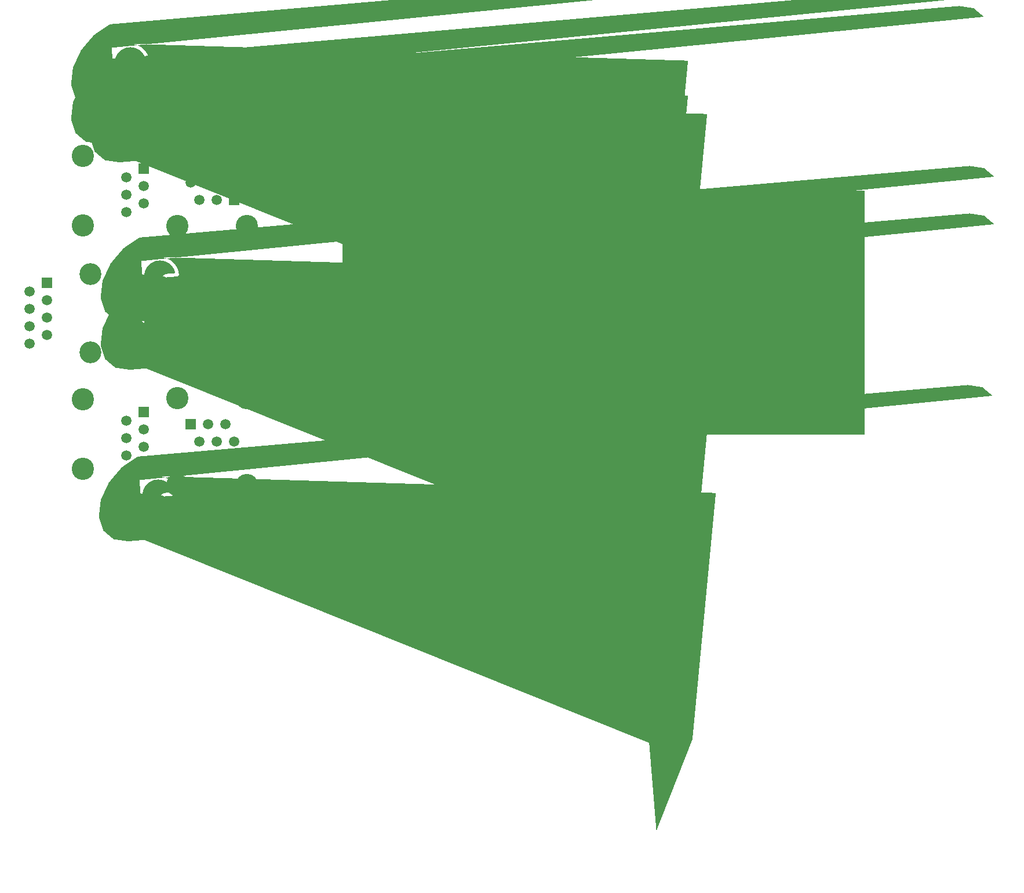
<source format=gbs>
%TF.GenerationSoftware,KiCad,Pcbnew,(6.0.5-22-g43b8adad1a)*%
%TF.CreationDate,2022-05-13T22:53:21-07:00*%
%TF.ProjectId,shadystake,73686164-7973-4746-916b-652e6b696361,rev?*%
%TF.SameCoordinates,Original*%
%TF.FileFunction,Soldermask,Bot*%
%TF.FilePolarity,Negative*%
%FSLAX46Y46*%
G04 Gerber Fmt 4.6, Leading zero omitted, Abs format (unit mm)*
G04 Created by KiCad (PCBNEW (6.0.5-22-g43b8adad1a)) date 2022-05-13 22:53:21*
%MOMM*%
%LPD*%
G01*
G04 APERTURE LIST*
G04 Aperture macros list*
%AMFreePoly0*
4,1,70,3.024478,2.747614,3.340181,2.672791,3.645063,2.561823,3.935000,2.416211,4.206072,2.237924,4.454614,2.029372,4.677264,1.793377,4.871011,1.533130,5.033235,1.252150,5.161742,0.954236,5.254795,0.643418,5.311135,0.323899,5.330000,0.000000,5.310970,-0.095671,5.256777,-0.176777,5.175671,-0.230970,5.080000,-0.250000,3.429000,-0.250000,2.921000,0.000000,3.429000,0.250000,
4.818799,0.250000,4.816435,0.287581,4.762441,0.570626,4.673398,0.844672,4.550710,1.105397,4.396312,1.348690,4.212639,1.570713,4.002587,1.767964,3.769470,1.937334,3.516963,2.076151,3.249048,2.182226,2.969952,2.253886,2.684075,2.290000,2.395925,2.290000,2.110048,2.253886,1.830952,2.182226,1.563037,2.076151,1.310530,1.937334,1.077413,1.767964,0.867361,1.570713,
0.683688,1.348690,0.529290,1.105397,0.406602,0.844672,0.317559,0.570626,0.263565,0.287581,0.246560,0.017294,0.250000,0.000000,0.230970,-0.095671,0.176777,-0.176777,0.095671,-0.230970,0.000000,-0.250000,-0.095671,-0.230970,-0.176777,-0.176777,-0.230970,-0.095671,-0.250000,0.000000,-0.231135,0.323899,-0.174795,0.643418,-0.081742,0.954236,0.046765,1.252150,0.208989,1.533130,
0.402736,1.793377,0.625386,2.029372,0.873928,2.237924,1.145000,2.416211,1.434937,2.561823,1.739819,2.672791,2.055522,2.747614,2.377776,2.785280,2.702224,2.785280,3.024478,2.747614,3.024478,2.747614,$1*%
%AMFreePoly1*
4,1,24,0.095671,4.929970,0.176777,4.875777,0.230970,4.794671,0.250000,4.699000,0.250000,0.000000,0.230970,-0.095671,0.176777,-0.176777,0.095671,-0.230970,0.000000,-0.250000,-0.095671,-0.230970,-0.176777,-0.176777,-0.230970,-0.095671,-0.250000,0.000000,-0.250000,2.798000,-1.651000,2.798000,-2.159000,3.048000,-1.651000,3.298000,-0.250000,3.298000,-0.250000,4.699000,-0.230970,4.794671,
-0.176777,4.875777,-0.095671,4.929970,0.000000,4.949000,0.095671,4.929970,0.095671,4.929970,$1*%
G04 Aperture macros list end*
%ADD10C,0.100000*%
%ADD11C,2.921000*%
%ADD12C,3.250000*%
%ADD13R,1.520000X1.520000*%
%ADD14C,1.520000*%
%ADD15C,3.200000*%
%ADD16R,1.500000X1.500000*%
%ADD17C,1.500000*%
%ADD18C,0.500000*%
%ADD19FreePoly0,270.000000*%
%ADD20FreePoly1,270.000000*%
%ADD21FreePoly0,0.000000*%
%ADD22FreePoly1,0.000000*%
G04 APERTURE END LIST*
D10*
X177800000Y-132080000D02*
X101600000Y-132080000D01*
X101600000Y-132080000D02*
X101600000Y-96520000D01*
X101600000Y-96520000D02*
X177800000Y-96520000D01*
X177800000Y-96520000D02*
X177800000Y-132080000D01*
G36*
X177800000Y-132080000D02*
G01*
X101600000Y-132080000D01*
X101600000Y-96520000D01*
X177800000Y-96520000D01*
X177800000Y-132080000D01*
G37*
D11*
X69532500Y-85725000D02*
G75*
G03*
X69532500Y-85725000I-1460500J0D01*
G01*
X69532500Y-80645000D02*
G75*
G03*
X69532500Y-80645000I-1460500J0D01*
G01*
X73850500Y-111760000D02*
G75*
G03*
X73850500Y-111760000I-1460500J0D01*
G01*
X74866500Y-85852000D02*
G75*
G03*
X74866500Y-85852000I-1460500J0D01*
G01*
X73596500Y-143764000D02*
G75*
G03*
X73596500Y-143764000I-1460500J0D01*
G01*
X73850500Y-118745000D02*
G75*
G03*
X73850500Y-118745000I-1460500J0D01*
G01*
D12*
X87630000Y-139550000D03*
X77470000Y-139550000D03*
D13*
X79380000Y-130660000D03*
D14*
X80650000Y-133200000D03*
X81920000Y-130660000D03*
X83190000Y-133200000D03*
X84460000Y-130660000D03*
X85730000Y-133200000D03*
D12*
X87630000Y-101750000D03*
X77470000Y-101750000D03*
D13*
X85720000Y-110640000D03*
D14*
X84450000Y-108100000D03*
X83180000Y-110640000D03*
X81910000Y-108100000D03*
X80640000Y-110640000D03*
X79370000Y-108100000D03*
D12*
X77470000Y-89050000D03*
X87630000Y-89050000D03*
D13*
X85720000Y-97940000D03*
D14*
X84450000Y-95400000D03*
X83180000Y-97940000D03*
X81910000Y-95400000D03*
X80640000Y-97940000D03*
X79370000Y-95400000D03*
D12*
X63650000Y-127000000D03*
X63650000Y-137160000D03*
D13*
X72540000Y-128910000D03*
D14*
X70000000Y-130180000D03*
X72540000Y-131450000D03*
X70000000Y-132720000D03*
X72540000Y-133990000D03*
X70000000Y-135260000D03*
D12*
X63650000Y-91440000D03*
X63650000Y-101600000D03*
D13*
X72540000Y-93350000D03*
D14*
X70000000Y-94620000D03*
X72540000Y-95890000D03*
X70000000Y-97160000D03*
X72540000Y-98430000D03*
X70000000Y-99700000D03*
D12*
X77470000Y-126850000D03*
X87630000Y-126850000D03*
D13*
X79380000Y-117960000D03*
D14*
X80650000Y-120500000D03*
X81920000Y-117960000D03*
X83190000Y-120500000D03*
X84460000Y-117960000D03*
X85730000Y-120500000D03*
D15*
X64750000Y-108747500D03*
X64750000Y-120177500D03*
D16*
X58400000Y-110017500D03*
D17*
X55860000Y-111287500D03*
X58400000Y-112557500D03*
X55860000Y-113827500D03*
X58400000Y-115097500D03*
X55860000Y-116367500D03*
X58400000Y-117637500D03*
X55860000Y-118907500D03*
D18*
X70612000Y-85725000D03*
X68072000Y-88265000D03*
D19*
X68072000Y-83185000D03*
D20*
X65024000Y-85725000D03*
D19*
X68072000Y-78105000D03*
D18*
X70612000Y-80645000D03*
X68072000Y-83185000D03*
D20*
X65024000Y-80645000D03*
D18*
X72390000Y-114300000D03*
D19*
X72390000Y-109220000D03*
D18*
X74930000Y-111760000D03*
D20*
X69342000Y-111760000D03*
D21*
X70866000Y-85852000D03*
D18*
X73406000Y-83312000D03*
X75946000Y-85852000D03*
D22*
X73406000Y-88900000D03*
D19*
X72136000Y-141224000D03*
D18*
X72136000Y-146304000D03*
X74676000Y-143764000D03*
D20*
X69088000Y-143764000D03*
D19*
X72390000Y-116205000D03*
D18*
X74930000Y-118745000D03*
X72390000Y-121285000D03*
D20*
X69342000Y-118745000D03*
M02*

</source>
